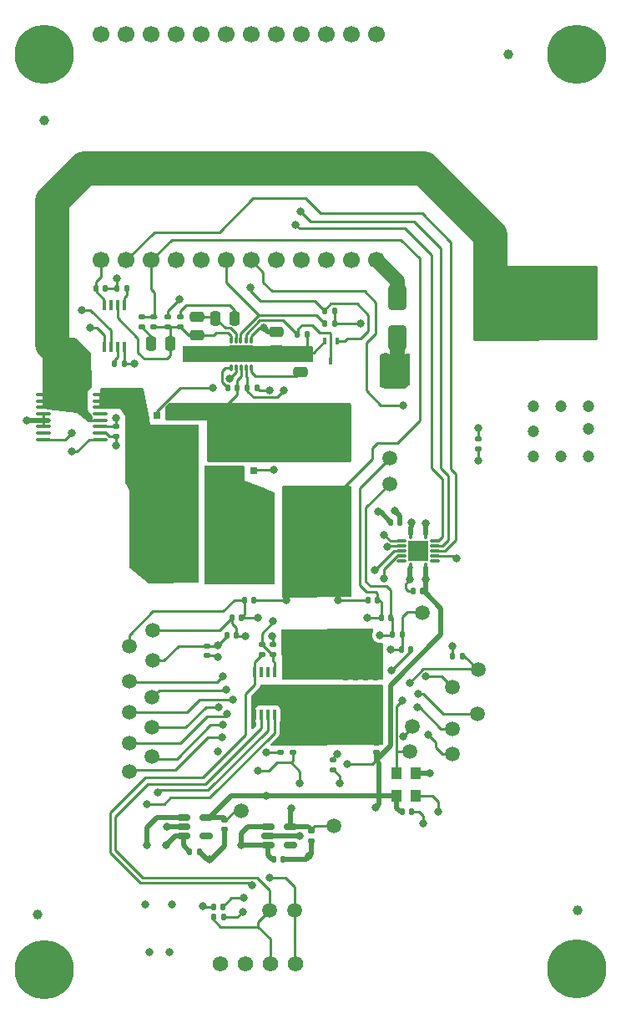
<source format=gtl>
G04 #@! TF.GenerationSoftware,KiCad,Pcbnew,7.0.1*
G04 #@! TF.CreationDate,2024-04-18T01:50:12+02:00*
G04 #@! TF.ProjectId,NerdAxe_ultra,4e657264-4178-4655-9f75-6c7472612e6b,rev?*
G04 #@! TF.SameCoordinates,Original*
G04 #@! TF.FileFunction,Copper,L1,Top*
G04 #@! TF.FilePolarity,Positive*
%FSLAX46Y46*%
G04 Gerber Fmt 4.6, Leading zero omitted, Abs format (unit mm)*
G04 Created by KiCad (PCBNEW 7.0.1) date 2024-04-18 01:50:12*
%MOMM*%
%LPD*%
G01*
G04 APERTURE LIST*
G04 Aperture macros list*
%AMRoundRect*
0 Rectangle with rounded corners*
0 $1 Rounding radius*
0 $2 $3 $4 $5 $6 $7 $8 $9 X,Y pos of 4 corners*
0 Add a 4 corners polygon primitive as box body*
4,1,4,$2,$3,$4,$5,$6,$7,$8,$9,$2,$3,0*
0 Add four circle primitives for the rounded corners*
1,1,$1+$1,$2,$3*
1,1,$1+$1,$4,$5*
1,1,$1+$1,$6,$7*
1,1,$1+$1,$8,$9*
0 Add four rect primitives between the rounded corners*
20,1,$1+$1,$2,$3,$4,$5,0*
20,1,$1+$1,$4,$5,$6,$7,0*
20,1,$1+$1,$6,$7,$8,$9,0*
20,1,$1+$1,$8,$9,$2,$3,0*%
%AMFreePoly0*
4,1,35,0.005000,-4.560000,0.003536,-4.563536,0.000000,-4.565000,-5.000000,-4.565000,-5.003536,-4.563536,-5.005000,-4.560000,-5.005000,-3.898000,-5.003536,-3.894464,-5.000000,-3.893000,-4.325000,-3.893000,-4.325000,-3.269700,-5.000000,-3.269700,-5.003536,-3.268236,-5.005000,-3.264700,-5.005000,-2.599700,-5.003536,-2.596164,-5.000000,-2.594700,-4.325000,-2.594700,-4.325000,-1.971400,-5.000000,-1.971400,
-5.003536,-1.969936,-5.005000,-1.966400,-5.005000,-1.301400,-5.003536,-1.297864,-5.000000,-1.296400,-4.325000,-1.296400,-4.325000,-0.673100,-5.000000,-0.673100,-5.003536,-0.671636,-5.005000,-0.668100,-5.005000,0.000000,-5.003536,0.003536,-5.000000,0.005000,0.005000,0.005000,0.005000,-4.560000,0.005000,-4.560000,$1*%
%AMFreePoly1*
4,1,45,-0.199646,1.700354,-0.199500,1.700000,-0.199500,1.200500,0.199500,1.200500,0.199500,1.700000,0.199646,1.700354,0.200000,1.700500,0.450000,1.700500,0.450354,1.700354,0.450500,1.700000,0.450500,1.200500,0.825000,1.200500,0.825354,1.200354,0.825500,1.200000,0.825500,-1.200000,0.825354,-1.200354,0.825000,-1.200500,0.450500,-1.200500,0.450500,-1.700000,0.450354,-1.700354,
0.450000,-1.700500,0.200000,-1.700500,0.199646,-1.700354,0.199500,-1.700000,0.199500,-1.200500,-0.199500,-1.200500,-0.199500,-1.700000,-0.199646,-1.700354,-0.200000,-1.700500,-0.450000,-1.700500,-0.450354,-1.700354,-0.450500,-1.700000,-0.450500,-1.200500,-0.825000,-1.200500,-0.825354,-1.200354,-0.825500,-1.200000,-0.825500,1.200000,-0.825354,1.200354,-0.825000,1.200500,-0.450500,1.200500,
-0.450500,1.700000,-0.450354,1.700354,-0.450000,1.700500,-0.200000,1.700500,-0.199646,1.700354,-0.199646,1.700354,$1*%
G04 Aperture macros list end*
G04 #@! TA.AperFunction,SMDPad,CuDef*
%ADD10RoundRect,0.250000X0.475000X-0.250000X0.475000X0.250000X-0.475000X0.250000X-0.475000X-0.250000X0*%
G04 #@! TD*
G04 #@! TA.AperFunction,SMDPad,CuDef*
%ADD11RoundRect,0.140000X0.140000X0.170000X-0.140000X0.170000X-0.140000X-0.170000X0.140000X-0.170000X0*%
G04 #@! TD*
G04 #@! TA.AperFunction,SMDPad,CuDef*
%ADD12C,1.500000*%
G04 #@! TD*
G04 #@! TA.AperFunction,SMDPad,CuDef*
%ADD13RoundRect,0.100000X-0.637500X-0.100000X0.637500X-0.100000X0.637500X0.100000X-0.637500X0.100000X0*%
G04 #@! TD*
G04 #@! TA.AperFunction,SMDPad,CuDef*
%ADD14RoundRect,0.140000X-0.170000X0.140000X-0.170000X-0.140000X0.170000X-0.140000X0.170000X0.140000X0*%
G04 #@! TD*
G04 #@! TA.AperFunction,SMDPad,CuDef*
%ADD15RoundRect,0.135000X-0.185000X0.135000X-0.185000X-0.135000X0.185000X-0.135000X0.185000X0.135000X0*%
G04 #@! TD*
G04 #@! TA.AperFunction,SMDPad,CuDef*
%ADD16C,1.000000*%
G04 #@! TD*
G04 #@! TA.AperFunction,SMDPad,CuDef*
%ADD17RoundRect,0.250000X-0.650000X1.000000X-0.650000X-1.000000X0.650000X-1.000000X0.650000X1.000000X0*%
G04 #@! TD*
G04 #@! TA.AperFunction,SMDPad,CuDef*
%ADD18RoundRect,0.250000X-0.250000X-0.475000X0.250000X-0.475000X0.250000X0.475000X-0.250000X0.475000X0*%
G04 #@! TD*
G04 #@! TA.AperFunction,SMDPad,CuDef*
%ADD19RoundRect,0.250000X-0.475000X0.250000X-0.475000X-0.250000X0.475000X-0.250000X0.475000X0.250000X0*%
G04 #@! TD*
G04 #@! TA.AperFunction,SMDPad,CuDef*
%ADD20RoundRect,0.150000X-0.512500X-0.150000X0.512500X-0.150000X0.512500X0.150000X-0.512500X0.150000X0*%
G04 #@! TD*
G04 #@! TA.AperFunction,SMDPad,CuDef*
%ADD21RoundRect,0.135000X0.135000X0.185000X-0.135000X0.185000X-0.135000X-0.185000X0.135000X-0.185000X0*%
G04 #@! TD*
G04 #@! TA.AperFunction,ComponentPad*
%ADD22C,0.800000*%
G04 #@! TD*
G04 #@! TA.AperFunction,ComponentPad*
%ADD23C,6.000000*%
G04 #@! TD*
G04 #@! TA.AperFunction,SMDPad,CuDef*
%ADD24R,0.400000X1.100000*%
G04 #@! TD*
G04 #@! TA.AperFunction,SMDPad,CuDef*
%ADD25RoundRect,0.007800X-0.122200X0.442200X-0.122200X-0.442200X0.122200X-0.442200X0.122200X0.442200X0*%
G04 #@! TD*
G04 #@! TA.AperFunction,SMDPad,CuDef*
%ADD26RoundRect,0.007800X-0.442200X-0.122200X0.442200X-0.122200X0.442200X0.122200X-0.442200X0.122200X0*%
G04 #@! TD*
G04 #@! TA.AperFunction,SMDPad,CuDef*
%ADD27R,2.050000X2.050000*%
G04 #@! TD*
G04 #@! TA.AperFunction,ComponentPad*
%ADD28C,0.500000*%
G04 #@! TD*
G04 #@! TA.AperFunction,SMDPad,CuDef*
%ADD29RoundRect,0.135000X0.185000X-0.135000X0.185000X0.135000X-0.185000X0.135000X-0.185000X-0.135000X0*%
G04 #@! TD*
G04 #@! TA.AperFunction,SMDPad,CuDef*
%ADD30R,3.100000X2.000000*%
G04 #@! TD*
G04 #@! TA.AperFunction,SMDPad,CuDef*
%ADD31RoundRect,0.140000X0.170000X-0.140000X0.170000X0.140000X-0.170000X0.140000X-0.170000X-0.140000X0*%
G04 #@! TD*
G04 #@! TA.AperFunction,SMDPad,CuDef*
%ADD32RoundRect,0.140000X-0.140000X-0.170000X0.140000X-0.170000X0.140000X0.170000X-0.140000X0.170000X0*%
G04 #@! TD*
G04 #@! TA.AperFunction,SMDPad,CuDef*
%ADD33RoundRect,0.250000X-1.025000X0.875000X-1.025000X-0.875000X1.025000X-0.875000X1.025000X0.875000X0*%
G04 #@! TD*
G04 #@! TA.AperFunction,SMDPad,CuDef*
%ADD34R,0.700000X0.800000*%
G04 #@! TD*
G04 #@! TA.AperFunction,SMDPad,CuDef*
%ADD35FreePoly0,270.000000*%
G04 #@! TD*
G04 #@! TA.AperFunction,SMDPad,CuDef*
%ADD36RoundRect,0.135000X-0.135000X-0.185000X0.135000X-0.185000X0.135000X0.185000X-0.135000X0.185000X0*%
G04 #@! TD*
G04 #@! TA.AperFunction,SMDPad,CuDef*
%ADD37RoundRect,0.007874X-0.112126X0.292126X-0.112126X-0.292126X0.112126X-0.292126X0.112126X0.292126X0*%
G04 #@! TD*
G04 #@! TA.AperFunction,ComponentPad*
%ADD38C,0.400000*%
G04 #@! TD*
G04 #@! TA.AperFunction,SMDPad,CuDef*
%ADD39FreePoly1,270.000000*%
G04 #@! TD*
G04 #@! TA.AperFunction,SMDPad,CuDef*
%ADD40R,1.600000X2.700000*%
G04 #@! TD*
G04 #@! TA.AperFunction,SMDPad,CuDef*
%ADD41FreePoly0,90.000000*%
G04 #@! TD*
G04 #@! TA.AperFunction,SMDPad,CuDef*
%ADD42RoundRect,0.250000X-0.325000X-1.100000X0.325000X-1.100000X0.325000X1.100000X-0.325000X1.100000X0*%
G04 #@! TD*
G04 #@! TA.AperFunction,SMDPad,CuDef*
%ADD43R,1.100000X1.300000*%
G04 #@! TD*
G04 #@! TA.AperFunction,SMDPad,CuDef*
%ADD44R,0.450000X0.700000*%
G04 #@! TD*
G04 #@! TA.AperFunction,SMDPad,CuDef*
%ADD45RoundRect,0.250000X0.325000X0.650000X-0.325000X0.650000X-0.325000X-0.650000X0.325000X-0.650000X0*%
G04 #@! TD*
G04 #@! TA.AperFunction,ComponentPad*
%ADD46C,1.574800*%
G04 #@! TD*
G04 #@! TA.AperFunction,ComponentPad*
%ADD47C,1.700000*%
G04 #@! TD*
G04 #@! TA.AperFunction,ViaPad*
%ADD48C,0.800000*%
G04 #@! TD*
G04 #@! TA.AperFunction,ViaPad*
%ADD49C,1.200000*%
G04 #@! TD*
G04 #@! TA.AperFunction,Conductor*
%ADD50C,0.508000*%
G04 #@! TD*
G04 #@! TA.AperFunction,Conductor*
%ADD51C,0.254000*%
G04 #@! TD*
G04 #@! TA.AperFunction,Conductor*
%ADD52C,3.500000*%
G04 #@! TD*
G04 #@! TA.AperFunction,Conductor*
%ADD53C,3.000000*%
G04 #@! TD*
G04 #@! TA.AperFunction,Conductor*
%ADD54C,1.500000*%
G04 #@! TD*
G04 APERTURE END LIST*
D10*
X104510200Y-83236800D03*
X104510200Y-81336800D03*
D11*
X116836000Y-105476200D03*
X115876000Y-105476200D03*
D12*
X119888000Y-119380000D03*
D13*
X78417500Y-85536200D03*
X78417500Y-86186200D03*
X78417500Y-86836200D03*
X78417500Y-87486200D03*
X78417500Y-88136200D03*
X78417500Y-88786200D03*
X78417500Y-89436200D03*
X78417500Y-90086200D03*
X84142500Y-90086200D03*
X84142500Y-89436200D03*
X84142500Y-88786200D03*
X84142500Y-88136200D03*
X84142500Y-87486200D03*
X84142500Y-86836200D03*
X84142500Y-86186200D03*
X84142500Y-85536200D03*
D14*
X109093000Y-114229000D03*
X109093000Y-115189000D03*
D15*
X88392300Y-77701200D03*
X88392300Y-78721200D03*
D16*
X78486000Y-57785000D03*
D17*
X114300000Y-75756000D03*
X114300000Y-79756000D03*
D11*
X115730000Y-127810000D03*
X114770000Y-127810000D03*
D18*
X95850000Y-77811200D03*
X97750000Y-77811200D03*
D11*
X114780000Y-109855000D03*
X113820000Y-109855000D03*
D19*
X102027600Y-79200600D03*
X102027600Y-81100600D03*
D12*
X113500000Y-94611200D03*
D14*
X105540000Y-129760000D03*
X105540000Y-130720000D03*
D12*
X89408000Y-122174000D03*
D18*
X89350000Y-80411200D03*
X91250000Y-80411200D03*
D12*
X87122000Y-123698000D03*
X101346000Y-137795000D03*
X103886000Y-137795000D03*
D20*
X92615500Y-128358000D03*
X92615500Y-129308000D03*
X92615500Y-130258000D03*
X94890500Y-130258000D03*
X94890500Y-128358000D03*
D21*
X107952000Y-77089000D03*
X106932000Y-77089000D03*
D22*
X76250000Y-143830990D03*
X76909010Y-142240000D03*
X76909010Y-145421980D03*
X78500000Y-141580990D03*
D23*
X78500000Y-143830990D03*
D22*
X78500000Y-146080990D03*
X80090990Y-142240000D03*
X80090990Y-145421980D03*
X80750000Y-143830990D03*
D20*
X101182500Y-129290000D03*
X101182500Y-130240000D03*
X101182500Y-131190000D03*
X103457500Y-131190000D03*
X103457500Y-129290000D03*
D14*
X107823000Y-122583000D03*
X107823000Y-123543000D03*
D24*
X101813000Y-113674000D03*
X101163000Y-113674000D03*
X100513000Y-113674000D03*
X99863000Y-113674000D03*
X99863000Y-117974000D03*
X100513000Y-117974000D03*
X101163000Y-117974000D03*
X101813000Y-117974000D03*
D11*
X99780000Y-106351200D03*
X98820000Y-106351200D03*
D22*
X130250000Y-143728000D03*
X130909010Y-142137010D03*
X130909010Y-145318990D03*
X132500000Y-141478000D03*
D23*
X132500000Y-143728000D03*
D22*
X132500000Y-145978000D03*
X134090990Y-142137010D03*
X134090990Y-145318990D03*
X134750000Y-143728000D03*
D12*
X122428000Y-117856000D03*
D22*
X76250000Y-51054000D03*
X76909010Y-49463010D03*
X76909010Y-52644990D03*
X78500000Y-48804000D03*
D23*
X78500000Y-51054000D03*
D22*
X78500000Y-53304000D03*
X80090990Y-49463010D03*
X80090990Y-52644990D03*
X80750000Y-51054000D03*
D12*
X87100000Y-117729000D03*
D25*
X115672000Y-99691200D03*
D26*
X114737000Y-100376200D03*
X114737000Y-100876200D03*
X114737000Y-101376200D03*
X114737000Y-101876200D03*
X114737000Y-102376200D03*
D25*
X115672000Y-103061200D03*
X117172000Y-103061200D03*
D26*
X118107000Y-102376200D03*
X118107000Y-101876200D03*
X118107000Y-101376200D03*
X118107000Y-100876200D03*
X118107000Y-100376200D03*
D25*
X117172000Y-99691200D03*
D27*
X116422000Y-101376200D03*
D28*
X116922000Y-100876200D03*
X116922000Y-101876200D03*
X115922000Y-101876200D03*
X115922000Y-100876200D03*
D15*
X92300000Y-77701200D03*
X92300000Y-78721200D03*
D12*
X87100000Y-111000000D03*
D29*
X122555000Y-91061000D03*
X122555000Y-90041000D03*
D30*
X106100000Y-88151200D03*
X106100000Y-96471200D03*
D29*
X91000000Y-78721200D03*
X91000000Y-77701200D03*
D11*
X98490000Y-108151200D03*
X97530000Y-108151200D03*
D16*
X132588000Y-137795000D03*
D21*
X86870000Y-74803000D03*
X85850000Y-74803000D03*
D31*
X103759000Y-121765000D03*
X103759000Y-120805000D03*
D12*
X115824000Y-119126000D03*
D14*
X95000000Y-111020000D03*
X95000000Y-111980000D03*
D19*
X94000000Y-77661200D03*
X94000000Y-79561200D03*
D24*
X84623000Y-80763000D03*
X85273000Y-80763000D03*
X85923000Y-80763000D03*
X86573000Y-80763000D03*
X86573000Y-76463000D03*
X85923000Y-76463000D03*
X85273000Y-76463000D03*
X84623000Y-76463000D03*
D12*
X116870000Y-107661200D03*
D32*
X104168000Y-79469800D03*
X105128000Y-79469800D03*
D31*
X85741200Y-89761000D03*
X85741200Y-88801000D03*
D14*
X111125000Y-114229000D03*
X111125000Y-115189000D03*
X110109000Y-114229000D03*
X110109000Y-115189000D03*
D15*
X89600000Y-77701200D03*
X89600000Y-78721200D03*
D31*
X102489000Y-121800000D03*
X102489000Y-120840000D03*
D33*
X105600000Y-111360000D03*
X105600000Y-117760000D03*
D12*
X119888000Y-121920000D03*
D34*
X95851000Y-93252500D03*
X97149300Y-93252500D03*
X98412700Y-93252500D03*
X99711000Y-93252500D03*
D35*
X100061000Y-92347500D03*
D36*
X119886000Y-112014000D03*
X120906000Y-112014000D03*
D12*
X89430000Y-116237000D03*
D16*
X77851000Y-138176000D03*
D31*
X101727000Y-111859000D03*
X101727000Y-110899000D03*
D36*
X95640000Y-138480000D03*
X96660000Y-138480000D03*
D12*
X89500000Y-109437000D03*
X87100000Y-114600000D03*
D22*
X130250000Y-51120990D03*
X130909010Y-49530000D03*
X130909010Y-52711980D03*
X132500000Y-48870990D03*
D23*
X132500000Y-51120990D03*
D22*
X132500000Y-53370990D03*
X134090990Y-49530000D03*
X134090990Y-52711980D03*
X134750000Y-51120990D03*
D12*
X89430000Y-119277000D03*
D32*
X83721000Y-74803000D03*
X84681000Y-74803000D03*
D37*
X99446291Y-80011200D03*
X98946291Y-80011200D03*
X98416291Y-80011200D03*
X97946291Y-80011200D03*
X97446291Y-80011200D03*
X97446291Y-82811200D03*
X97946291Y-82811200D03*
X98446291Y-82811200D03*
X98946291Y-82811200D03*
X99446291Y-82811200D03*
D38*
X98446291Y-80836200D03*
X99396291Y-81411200D03*
D39*
X98446291Y-81411200D03*
D38*
X97496291Y-81411200D03*
X98446291Y-81986200D03*
D12*
X113500000Y-92011200D03*
D32*
X93253000Y-131818000D03*
X94213000Y-131818000D03*
D11*
X113620000Y-108141200D03*
X112660000Y-108141200D03*
D40*
X103951000Y-100030000D03*
X100951000Y-100030000D03*
D34*
X93749287Y-87703664D03*
X92450987Y-87703664D03*
X91187587Y-87703664D03*
X89889287Y-87703664D03*
D41*
X89539287Y-88608664D03*
D16*
X125603000Y-51054000D03*
D36*
X85596000Y-82423000D03*
X86616000Y-82423000D03*
D32*
X97097600Y-84911200D03*
X98057600Y-84911200D03*
D12*
X115560000Y-121710000D03*
D42*
X92906000Y-96360000D03*
X95856000Y-96360000D03*
D12*
X89500000Y-112500000D03*
D43*
X116140000Y-126170000D03*
X116140000Y-123870000D03*
X114240000Y-123870000D03*
X114240000Y-126170000D03*
D12*
X98473000Y-127736000D03*
D36*
X99067600Y-84911200D03*
X100087600Y-84911200D03*
D21*
X107952000Y-78359000D03*
X106932000Y-78359000D03*
D11*
X115669000Y-111379000D03*
X114709000Y-111379000D03*
D32*
X101730000Y-132610000D03*
X102690000Y-132610000D03*
D31*
X112160000Y-121800000D03*
X112160000Y-120840000D03*
D44*
X108219000Y-80153000D03*
X106919000Y-80153000D03*
X107569000Y-82153000D03*
D12*
X122500000Y-113430000D03*
D29*
X100584000Y-111889000D03*
X100584000Y-110869000D03*
D11*
X98000000Y-109891200D03*
X97040000Y-109891200D03*
D12*
X119888000Y-115189000D03*
D11*
X112290000Y-106351200D03*
X111330000Y-106351200D03*
D32*
X95640000Y-137410000D03*
X96600000Y-137410000D03*
D12*
X107830000Y-129200000D03*
X87100000Y-120858000D03*
D11*
X114582000Y-98466200D03*
X113622000Y-98466200D03*
D45*
X103886000Y-103000000D03*
X100936000Y-103000000D03*
D14*
X96763000Y-128638000D03*
X96763000Y-129598000D03*
D42*
X92866000Y-99770000D03*
X95816000Y-99770000D03*
D14*
X112141000Y-114229000D03*
X112141000Y-115189000D03*
D42*
X92866000Y-103130000D03*
X95816000Y-103130000D03*
D46*
X96382400Y-143240851D03*
X98922400Y-143240851D03*
X101462400Y-143240851D03*
X104002400Y-143240851D03*
D47*
X84250000Y-71942000D03*
X86790000Y-71942000D03*
X89330000Y-71942000D03*
X91870000Y-71942000D03*
X94410000Y-71942000D03*
X96950000Y-71942000D03*
X99490000Y-71942000D03*
X102030000Y-71942000D03*
X104570000Y-71942000D03*
X107110000Y-71942000D03*
X109650000Y-71942000D03*
X112190000Y-71942000D03*
X112190000Y-49022000D03*
X109650000Y-49022000D03*
X107110000Y-49022000D03*
X104570000Y-49022000D03*
X102030000Y-49022000D03*
X99490000Y-49022000D03*
X96950000Y-49022000D03*
X94410000Y-49022000D03*
X91870000Y-49022000D03*
X89330000Y-49022000D03*
X86790000Y-49022000D03*
X84250000Y-49022000D03*
D48*
X96139000Y-121666000D03*
D49*
X130937000Y-86741000D03*
X128143000Y-91821000D03*
D48*
X76724200Y-88138000D03*
X116910000Y-128990000D03*
X97419400Y-103889800D03*
X87630000Y-82423000D03*
X101377600Y-85157000D03*
X96109000Y-112124000D03*
X97419400Y-98268400D03*
X100679400Y-97659800D03*
X106396000Y-118533000D03*
X97419400Y-95219800D03*
X110862000Y-120015000D03*
X98959400Y-95219800D03*
X104082000Y-115436000D03*
X98682000Y-136516000D03*
X85741200Y-87884000D03*
X98959400Y-103889800D03*
X106408000Y-116351000D03*
D49*
X128143000Y-89281000D03*
X133731000Y-91821000D03*
D48*
X95645200Y-81420400D03*
X97419400Y-96699800D03*
X92200000Y-75911200D03*
X105673000Y-117442000D03*
X97419400Y-100039800D03*
D49*
X133731000Y-89027000D03*
D48*
X101600000Y-109982000D03*
D49*
X130937000Y-91821000D03*
D48*
X98959400Y-101909800D03*
X85852000Y-73787000D03*
X117602000Y-123903000D03*
X104855000Y-118563000D03*
X104132000Y-117472000D03*
D49*
X128143000Y-86741000D03*
D48*
X98959400Y-96699800D03*
X119888000Y-110998000D03*
X97419400Y-101909800D03*
X112922500Y-104148200D03*
D49*
X133731000Y-86741000D03*
D48*
X107144000Y-117442000D03*
X90897000Y-129309000D03*
X112318000Y-97436200D03*
X105623000Y-115406000D03*
X98959400Y-100039800D03*
X104867000Y-116381000D03*
X105330000Y-132320000D03*
X104430000Y-130240000D03*
X98959400Y-98268400D03*
X115573700Y-104299200D03*
X120310000Y-102111200D03*
X108204000Y-121920000D03*
X95260000Y-132630000D03*
X107094000Y-115406000D03*
X113727778Y-113462333D03*
X100679400Y-95911200D03*
D49*
X133858000Y-74549000D03*
X133858000Y-78740000D03*
X124841000Y-74549000D03*
X128016000Y-76708000D03*
X128016000Y-78740000D03*
X131064000Y-74549000D03*
X128016000Y-74549000D03*
X133858000Y-76708000D03*
D48*
X101015000Y-126170000D03*
X115737362Y-98496846D03*
X118490000Y-127770000D03*
X117172000Y-104284200D03*
X112130000Y-127390000D03*
X109220000Y-122936000D03*
X101015000Y-121775000D03*
X103000000Y-106351200D03*
X105152000Y-113890000D03*
D49*
X107969400Y-100929800D03*
X108009400Y-103059800D03*
D48*
X104126000Y-113110000D03*
X108330000Y-106381200D03*
X107204000Y-113920000D03*
D49*
X108009400Y-105029800D03*
D48*
X106178000Y-113110000D03*
D49*
X105979400Y-100929800D03*
X105979400Y-98889800D03*
X107949400Y-98909800D03*
X106029400Y-105059800D03*
X105999400Y-103039800D03*
D48*
X88883000Y-131168000D03*
X88773000Y-137160000D03*
X100714600Y-78759000D03*
X89154000Y-141986000D03*
X114554000Y-82296000D03*
X94580000Y-137390000D03*
X114554000Y-83947000D03*
X90881000Y-131182000D03*
X98450000Y-131200000D03*
X113284000Y-83947000D03*
X87630000Y-91948000D03*
X91440000Y-137160000D03*
X87630000Y-94615000D03*
X87630000Y-93218000D03*
X113284000Y-82296000D03*
X91186000Y-141986000D03*
X114010000Y-97287200D03*
X85741200Y-90678000D03*
X110617000Y-78359000D03*
X98662000Y-137914100D03*
X117172000Y-98545200D03*
X101727000Y-108458000D03*
X122555000Y-92202000D03*
X104500000Y-67000000D03*
X104013000Y-68326000D03*
X113665000Y-111379000D03*
X112530000Y-109911200D03*
X99441000Y-74676000D03*
X82296000Y-76962000D03*
X81240375Y-91298225D03*
X88900000Y-127000000D03*
X99568000Y-135255000D03*
X101346000Y-134493000D03*
X108468000Y-124939000D03*
X100155000Y-123661000D03*
X104431000Y-124939000D03*
X103530000Y-127490000D03*
X111250000Y-108121200D03*
X100180000Y-108151200D03*
X98850000Y-109991200D03*
X96130000Y-110920000D03*
X117475000Y-120015000D03*
X114935000Y-120142000D03*
X96647000Y-118999000D03*
X96520000Y-120269000D03*
X116332000Y-117221000D03*
X113272599Y-100980499D03*
X112962000Y-99756200D03*
X116428000Y-115817000D03*
X117148868Y-114071132D03*
X112000000Y-103361200D03*
X97277600Y-83957000D03*
X95577600Y-84857000D03*
X101810000Y-93201200D03*
X102800000Y-85111200D03*
X97600000Y-116430000D03*
X114844000Y-116495900D03*
X96610000Y-114090000D03*
X96950000Y-115460000D03*
X96220000Y-117200000D03*
X97010000Y-117920000D03*
X90043000Y-125857000D03*
X81296200Y-89408000D03*
X83185000Y-78740000D03*
X115540000Y-114780000D03*
X114935000Y-86614000D03*
X122555000Y-88900000D03*
D50*
X90897000Y-129309000D02*
X90898000Y-129308000D01*
D51*
X105734200Y-81336800D02*
X104510200Y-81336800D01*
X85850000Y-73789000D02*
X85850000Y-74803000D01*
D50*
X96763000Y-129768000D02*
X96763000Y-131278000D01*
D51*
X116910000Y-128210000D02*
X116910000Y-128990000D01*
X112160000Y-120840000D02*
X111687000Y-120840000D01*
X86573000Y-80763000D02*
X86573000Y-82380000D01*
X118107000Y-101876200D02*
X120075000Y-101876200D01*
X85850000Y-74803000D02*
X84681000Y-74803000D01*
X85344000Y-88773000D02*
X85713200Y-88773000D01*
X112922500Y-103220138D02*
X114266438Y-101876200D01*
D50*
X117602000Y-123903000D02*
X117569000Y-123870000D01*
D51*
X115130000Y-105171200D02*
X115130000Y-104742900D01*
D50*
X115573700Y-104299200D02*
X115573700Y-103159500D01*
X102860000Y-132610000D02*
X105040000Y-132610000D01*
D51*
X115130000Y-104742900D02*
X115573700Y-104299200D01*
X111687000Y-120840000D02*
X110862000Y-120015000D01*
X97494000Y-136516000D02*
X96600000Y-137410000D01*
X120075000Y-101876200D02*
X120310000Y-102111200D01*
X105791000Y-81280000D02*
X105734200Y-81336800D01*
X113727778Y-113462333D02*
X115669000Y-111521111D01*
X99822000Y-116205000D02*
X103313000Y-116205000D01*
D50*
X95461000Y-132620000D02*
X95015000Y-132620000D01*
D51*
X115900000Y-127810000D02*
X116510000Y-127810000D01*
X100333400Y-85157000D02*
X101377600Y-85157000D01*
X86573000Y-82380000D02*
X86616000Y-82423000D01*
D50*
X105540000Y-132110000D02*
X105540000Y-130890000D01*
X117569000Y-123870000D02*
X116140000Y-123870000D01*
X76726000Y-88136200D02*
X76724200Y-88138000D01*
X96783000Y-131298000D02*
X95461000Y-132620000D01*
D51*
X86616000Y-82423000D02*
X87630000Y-82423000D01*
X99695000Y-117348000D02*
X99695000Y-116332000D01*
X105792000Y-81280000D02*
X105791000Y-81280000D01*
X115669000Y-111521111D02*
X115669000Y-111379000D01*
X91000000Y-77111200D02*
X92200000Y-75911200D01*
X99695000Y-116332000D02*
X99822000Y-116205000D01*
X119886000Y-112014000D02*
X119886000Y-111000000D01*
X112922500Y-104148200D02*
X112922500Y-103220138D01*
D50*
X101182500Y-130240000D02*
X104430000Y-130240000D01*
D51*
X107823000Y-122301000D02*
X108204000Y-121920000D01*
X107823000Y-122583000D02*
X107823000Y-122301000D01*
X103313000Y-116205000D02*
X104082000Y-115436000D01*
D50*
X105040000Y-132610000D02*
X105540000Y-132110000D01*
D51*
X115876000Y-105476200D02*
X115435000Y-105476200D01*
X85330800Y-88786200D02*
X85344000Y-88773000D01*
X85741200Y-87884000D02*
X85741200Y-88801000D01*
X115435000Y-105476200D02*
X115130000Y-105171200D01*
X101727000Y-110899000D02*
X101727000Y-110109000D01*
X119886000Y-111000000D02*
X119888000Y-110998000D01*
D50*
X112592000Y-97436200D02*
X113622000Y-98466200D01*
X115573700Y-103159500D02*
X115672000Y-103061200D01*
D51*
X84142500Y-88786200D02*
X85330800Y-88786200D01*
D50*
X90898000Y-129308000D02*
X92615500Y-129308000D01*
D51*
X105128000Y-79469800D02*
X105156000Y-79497800D01*
D50*
X95015000Y-132620000D02*
X94213000Y-131818000D01*
D51*
X104699200Y-81336800D02*
X104510200Y-81336800D01*
X78417500Y-88786200D02*
X78417500Y-88136200D01*
X85852000Y-73787000D02*
X85850000Y-73789000D01*
X105156000Y-79497800D02*
X105156000Y-80880000D01*
X95000000Y-111980000D02*
X95965000Y-111980000D01*
D50*
X112318000Y-97436200D02*
X112592000Y-97436200D01*
D51*
X101727000Y-110109000D02*
X101600000Y-109982000D01*
X116510000Y-127810000D02*
X116910000Y-128210000D01*
X99863000Y-117516000D02*
X99695000Y-117348000D01*
X95965000Y-111980000D02*
X96109000Y-112124000D01*
X105156000Y-80880000D02*
X104699200Y-81336800D01*
D50*
X96763000Y-131278000D02*
X96783000Y-131298000D01*
D51*
X114266438Y-101876200D02*
X114737000Y-101876200D01*
X78417500Y-87486200D02*
X78417500Y-88136200D01*
X98682000Y-136516000D02*
X97494000Y-136516000D01*
X106919000Y-80153000D02*
X105792000Y-81280000D01*
X100087600Y-84911200D02*
X100333400Y-85157000D01*
X99863000Y-117974000D02*
X99863000Y-117516000D01*
X85713200Y-88773000D02*
X85741200Y-88801000D01*
D50*
X78929500Y-88136200D02*
X76726000Y-88136200D01*
D51*
X91000000Y-77701200D02*
X91000000Y-77111200D01*
D52*
X79248000Y-65913000D02*
X79248000Y-80391000D01*
D51*
X83087000Y-88136200D02*
X81787000Y-86836200D01*
D52*
X123698000Y-69342000D02*
X116967000Y-62611000D01*
D51*
X78417500Y-86186200D02*
X78417500Y-85536200D01*
D53*
X80137000Y-81280000D02*
X80137000Y-84963000D01*
D51*
X78929500Y-85536200D02*
X78929500Y-85535900D01*
D52*
X82550000Y-62611000D02*
X79248000Y-65913000D01*
D53*
X125095000Y-74930000D02*
X124841000Y-74676000D01*
D51*
X81787000Y-86836200D02*
X78929500Y-86836200D01*
X78929500Y-85535900D02*
X78954200Y-85511200D01*
D53*
X79248000Y-80391000D02*
X80137000Y-81280000D01*
D51*
X78417500Y-86836200D02*
X78417500Y-86186200D01*
D53*
X124841000Y-74676000D02*
X124841000Y-74549000D01*
D51*
X78954200Y-86161500D02*
X78929500Y-86186200D01*
D52*
X124841000Y-74549000D02*
X123698000Y-73406000D01*
D51*
X78929500Y-86135900D02*
X78929500Y-86186200D01*
D52*
X123698000Y-73406000D02*
X123698000Y-69342000D01*
D51*
X84654500Y-88136200D02*
X83087000Y-88136200D01*
D52*
X116967000Y-62611000D02*
X82550000Y-62611000D01*
D50*
X94890500Y-128358000D02*
X96653000Y-128358000D01*
X118745000Y-109855000D02*
X118745000Y-107188000D01*
X117172000Y-104284200D02*
X117172000Y-103061200D01*
X95289000Y-128358000D02*
X97477000Y-126170000D01*
X112480000Y-126170000D02*
X112480000Y-122880000D01*
D51*
X117890000Y-126170000D02*
X116140000Y-126170000D01*
D50*
X113630000Y-114970000D02*
X118745000Y-109855000D01*
D51*
X118490000Y-126770000D02*
X117890000Y-126170000D01*
X111784000Y-122936000D02*
X112160000Y-122560000D01*
D50*
X113630000Y-121090000D02*
X113630000Y-114970000D01*
X112480000Y-126170000D02*
X101015000Y-126170000D01*
X115737362Y-98940838D02*
X115672000Y-99006200D01*
X96653000Y-128358000D02*
X96763000Y-128468000D01*
X112480000Y-127040000D02*
X112130000Y-127390000D01*
D51*
X102489000Y-121800000D02*
X101040000Y-121800000D01*
D50*
X117172000Y-105615000D02*
X117172000Y-103061200D01*
X112480000Y-126170000D02*
X112480000Y-127040000D01*
X114600000Y-127810000D02*
X114250000Y-127460000D01*
X114250000Y-126180000D02*
X114240000Y-126170000D01*
X115737362Y-98496846D02*
X115737362Y-98940838D01*
D51*
X118490000Y-127770000D02*
X118490000Y-126770000D01*
D50*
X115672000Y-99006200D02*
X115672000Y-99691200D01*
X112480000Y-122880000D02*
X112160000Y-122560000D01*
X94890500Y-128358000D02*
X95289000Y-128358000D01*
X114250000Y-127460000D02*
X114250000Y-126180000D01*
X97477000Y-126170000D02*
X101015000Y-126170000D01*
D51*
X97670000Y-127850000D02*
X97020000Y-128500000D01*
D50*
X118745000Y-107188000D02*
X117172000Y-105615000D01*
D51*
X109220000Y-122936000D02*
X111784000Y-122936000D01*
D50*
X112160000Y-122560000D02*
X113630000Y-121090000D01*
X112160000Y-121970000D02*
X112160000Y-122560000D01*
X112480000Y-126170000D02*
X114240000Y-126170000D01*
D51*
X104267000Y-79370800D02*
X104267000Y-78867000D01*
X106426000Y-79248000D02*
X107442000Y-79248000D01*
X98946291Y-80011200D02*
X98946291Y-79428092D01*
X104107500Y-79434000D02*
X104270000Y-79434000D01*
X105664000Y-78486000D02*
X106426000Y-79248000D01*
X104267000Y-78867000D02*
X104648000Y-78486000D01*
X100362783Y-78011600D02*
X102685100Y-78011600D01*
X107569000Y-79375000D02*
X107569000Y-82153000D01*
X102685100Y-78011600D02*
X104107500Y-79434000D01*
X104168000Y-79469800D02*
X104267000Y-79370800D01*
X107442000Y-79248000D02*
X107569000Y-79375000D01*
X98946291Y-79428092D02*
X100362783Y-78011600D01*
X104648000Y-78486000D02*
X105664000Y-78486000D01*
X106100000Y-96471200D02*
X106541400Y-96029800D01*
X89662000Y-75184000D02*
X89662000Y-77639200D01*
X116586000Y-88138000D02*
X116586000Y-71755000D01*
X107806400Y-96029800D02*
X111760000Y-92076200D01*
X89330000Y-74852000D02*
X89662000Y-75184000D01*
X114300000Y-90424000D02*
X116586000Y-88138000D01*
X89662000Y-77639200D02*
X89600000Y-77701200D01*
X108360000Y-106351200D02*
X111160000Y-106351200D01*
X111760000Y-92076200D02*
X111760000Y-90932000D01*
X103000000Y-106351200D02*
X99950000Y-106351200D01*
X112268000Y-90424000D02*
X114300000Y-90424000D01*
X89330000Y-71942000D02*
X89330000Y-74852000D01*
X116586000Y-71755000D02*
X114681000Y-69850000D01*
X114681000Y-69850000D02*
X91422000Y-69850000D01*
X91422000Y-69850000D02*
X89330000Y-71942000D01*
X106541400Y-96029800D02*
X107806400Y-96029800D01*
X108330000Y-106381200D02*
X108360000Y-106351200D01*
X111760000Y-90932000D02*
X112268000Y-90424000D01*
X88392300Y-77701200D02*
X89800000Y-77701200D01*
D54*
X114300000Y-82042000D02*
X114300000Y-81026000D01*
D50*
X99110000Y-129300000D02*
X98450000Y-129960000D01*
D51*
X114300000Y-79756000D02*
X114300000Y-81026000D01*
D50*
X89893000Y-128358000D02*
X88883000Y-129368000D01*
X101182500Y-129290000D02*
X100683811Y-129290000D01*
D54*
X114554000Y-82296000D02*
X114300000Y-82042000D01*
D50*
X100683811Y-129290000D02*
X100673811Y-129300000D01*
X101156200Y-79200600D02*
X100714600Y-78759000D01*
X93253000Y-131818000D02*
X92615500Y-131180500D01*
D51*
X86052600Y-85162600D02*
X85679000Y-85536200D01*
D50*
X98460000Y-131190000D02*
X98450000Y-131200000D01*
X102027600Y-79200600D02*
X101156200Y-79200600D01*
D51*
X100322200Y-78759000D02*
X99446291Y-79634909D01*
X94580000Y-137390000D02*
X94600000Y-137410000D01*
D50*
X88883000Y-129368000D02*
X88883000Y-131168000D01*
X90881000Y-131182000D02*
X91805000Y-130258000D01*
D51*
X99446291Y-79634909D02*
X99446291Y-80011200D01*
D50*
X98450000Y-129960000D02*
X98450000Y-131200000D01*
X92615500Y-131180500D02*
X92615500Y-130258000D01*
X100673811Y-129300000D02*
X99110000Y-129300000D01*
X101182500Y-131190000D02*
X98460000Y-131190000D01*
X91805000Y-130258000D02*
X92615500Y-130258000D01*
X92615500Y-128358000D02*
X89893000Y-128358000D01*
D51*
X84142500Y-85536200D02*
X84142500Y-86836200D01*
D50*
X101182500Y-131190000D02*
X101182500Y-132232500D01*
D51*
X94600000Y-137410000D02*
X95640000Y-137410000D01*
X85679000Y-85536200D02*
X84142500Y-85536200D01*
D50*
X101182500Y-132232500D02*
X101560000Y-132610000D01*
D51*
X85091353Y-89761000D02*
X84766553Y-89436200D01*
X107952000Y-78359000D02*
X107952000Y-77089000D01*
X83721000Y-74140000D02*
X84250000Y-73611000D01*
X84623000Y-75987000D02*
X84623000Y-76463000D01*
X98076100Y-138500000D02*
X96600000Y-138500000D01*
X100584000Y-110869000D02*
X100584000Y-109728000D01*
D50*
X114010000Y-97287200D02*
X114582000Y-97859200D01*
D51*
X101727000Y-111859000D02*
X101574000Y-111859000D01*
X101813000Y-113674000D02*
X101813000Y-112608000D01*
X101813000Y-112608000D02*
X101727000Y-112522000D01*
X101727000Y-112522000D02*
X101727000Y-111859000D01*
X101574000Y-111859000D02*
X100584000Y-110869000D01*
X84250000Y-73611000D02*
X84250000Y-71942000D01*
X100584000Y-109728000D02*
X101727000Y-108585000D01*
X85741200Y-90678000D02*
X85741200Y-89761000D01*
X101727000Y-108585000D02*
X101727000Y-108458000D01*
X83721000Y-75085000D02*
X84623000Y-75987000D01*
D50*
X117172000Y-98545200D02*
X117172000Y-99691200D01*
D51*
X83721000Y-74803000D02*
X83721000Y-74140000D01*
X85741200Y-89761000D02*
X85091353Y-89761000D01*
X98662000Y-137914100D02*
X98076100Y-138500000D01*
X122555000Y-91061000D02*
X122555000Y-92202000D01*
X84766553Y-89436200D02*
X84142500Y-89436200D01*
X107952000Y-78359000D02*
X110617000Y-78359000D01*
X83721000Y-74803000D02*
X83721000Y-75085000D01*
D50*
X114582000Y-97859200D02*
X114582000Y-98466200D01*
D51*
X118872000Y-100876200D02*
X118107000Y-100876200D01*
X118745000Y-92981200D02*
X119500000Y-93736200D01*
X104500000Y-67000000D02*
X105500000Y-68000000D01*
X118745000Y-70745000D02*
X118745000Y-92981200D01*
X116000000Y-68000000D02*
X118745000Y-70745000D01*
X105500000Y-68000000D02*
X116000000Y-68000000D01*
X119500000Y-93736200D02*
X119500000Y-100248200D01*
X119500000Y-100248200D02*
X118872000Y-100876200D01*
X118444800Y-100376200D02*
X118107000Y-100376200D01*
X117750000Y-92985000D02*
X118872000Y-94107000D01*
X104013000Y-68326000D02*
X104394000Y-68707000D01*
X118872000Y-99949000D02*
X118444800Y-100376200D01*
X115062000Y-68707000D02*
X117750000Y-71395000D01*
X117750000Y-71395000D02*
X117750000Y-92985000D01*
X104394000Y-68707000D02*
X115062000Y-68707000D01*
X118872000Y-94107000D02*
X118872000Y-99949000D01*
X116698121Y-107661200D02*
X116605921Y-107569000D01*
X114780000Y-108105000D02*
X114780000Y-108951879D01*
X115316000Y-107569000D02*
X114780000Y-108105000D01*
X116870000Y-107661200D02*
X116698121Y-107661200D01*
X114780000Y-108895000D02*
X114780000Y-109855000D01*
X114780000Y-111308000D02*
X114780000Y-109855000D01*
X114709000Y-111379000D02*
X113665000Y-111379000D01*
X114709000Y-111379000D02*
X114780000Y-111308000D01*
X116605921Y-107569000D02*
X115316000Y-107569000D01*
X112530000Y-109911200D02*
X113780000Y-109911200D01*
X111125000Y-96986200D02*
X113500000Y-94611200D01*
X113180000Y-104971200D02*
X111610000Y-104971200D01*
X113790000Y-109901200D02*
X113790000Y-108141200D01*
X113780000Y-109911200D02*
X113790000Y-109901200D01*
X113620000Y-108141200D02*
X113600000Y-108121200D01*
X113600000Y-105391200D02*
X113180000Y-104971200D01*
X113600000Y-108121200D02*
X113600000Y-105391200D01*
X111125000Y-104486200D02*
X111125000Y-96986200D01*
X111610000Y-104971200D02*
X111125000Y-104486200D01*
X119761000Y-70104000D02*
X116840000Y-67183000D01*
X96266000Y-69088000D02*
X89644000Y-69088000D01*
X99695000Y-65659000D02*
X96266000Y-69088000D01*
X119761000Y-93122200D02*
X119761000Y-70104000D01*
X120250000Y-93611200D02*
X119761000Y-93122200D01*
X120250000Y-100238200D02*
X120250000Y-93611200D01*
X105029000Y-65659000D02*
X99695000Y-65659000D01*
X116840000Y-67183000D02*
X106553000Y-67183000D01*
X118107000Y-101376200D02*
X119112000Y-101376200D01*
X89644000Y-69088000D02*
X86790000Y-71942000D01*
X119112000Y-101376200D02*
X120250000Y-100238200D01*
X106553000Y-67183000D02*
X105029000Y-65659000D01*
X100457000Y-76073000D02*
X99441000Y-75057000D01*
X110236000Y-76327000D02*
X111379000Y-77470000D01*
X106932000Y-77089000D02*
X106932000Y-76964000D01*
X108950000Y-80153000D02*
X108219000Y-80153000D01*
X106932000Y-77089000D02*
X105916000Y-76073000D01*
X110617000Y-79883000D02*
X109220000Y-79883000D01*
X111379000Y-77470000D02*
X111379000Y-79121000D01*
X109220000Y-79883000D02*
X108950000Y-80153000D01*
X99441000Y-75057000D02*
X99441000Y-74676000D01*
X111379000Y-79121000D02*
X110617000Y-79883000D01*
X106932000Y-76964000D02*
X107569000Y-76327000D01*
X105916000Y-76073000D02*
X100457000Y-76073000D01*
X107569000Y-76327000D02*
X110236000Y-76327000D01*
X94869000Y-124968000D02*
X100513000Y-119324000D01*
X100203000Y-139446000D02*
X101462400Y-140705400D01*
X101462400Y-140705400D02*
X101462400Y-143240851D01*
X88519000Y-134493000D02*
X85725000Y-131699000D01*
X100203000Y-138938000D02*
X101346000Y-137795000D01*
X100076000Y-134493000D02*
X88519000Y-134493000D01*
X100203000Y-139446000D02*
X100203000Y-138938000D01*
X100513000Y-119324000D02*
X100513000Y-117974000D01*
X85725000Y-128270000D02*
X89027000Y-124968000D01*
X95640000Y-138693000D02*
X96393000Y-139446000D01*
X85725000Y-131699000D02*
X85725000Y-128270000D01*
X101346000Y-137795000D02*
X101346000Y-135763000D01*
X89027000Y-124968000D02*
X94869000Y-124968000D01*
X101346000Y-135763000D02*
X100076000Y-134493000D01*
X95640000Y-138480000D02*
X95640000Y-138693000D01*
X96393000Y-139446000D02*
X100203000Y-139446000D01*
X85273000Y-79050000D02*
X83185000Y-76962000D01*
X85273000Y-80763000D02*
X85273000Y-79050000D01*
X95250000Y-126365000D02*
X101813000Y-119802000D01*
X101813000Y-119802000D02*
X101813000Y-117974000D01*
X81818975Y-91298225D02*
X83031000Y-90086200D01*
X90678000Y-127000000D02*
X91313000Y-126365000D01*
X83031000Y-90086200D02*
X84654500Y-90086200D01*
X81240375Y-91298225D02*
X81818975Y-91298225D01*
X91313000Y-126365000D02*
X95250000Y-126365000D01*
X88900000Y-127000000D02*
X90678000Y-127000000D01*
X83185000Y-76962000D02*
X82296000Y-76962000D01*
X100582000Y-111889000D02*
X99863000Y-112608000D01*
X99863000Y-112608000D02*
X99863000Y-113674000D01*
X101346000Y-134493000D02*
X102997000Y-134493000D01*
X85217000Y-131953000D02*
X88265000Y-135001000D01*
X103886000Y-135382000D02*
X103886000Y-137795000D01*
X85217000Y-127889000D02*
X85217000Y-131953000D01*
X98933000Y-120015000D02*
X94615000Y-124333000D01*
X99863000Y-114894000D02*
X98933000Y-115824000D01*
X103886000Y-143124451D02*
X104002400Y-143240851D01*
X102997000Y-134493000D02*
X103886000Y-135382000D01*
X88773000Y-124333000D02*
X85217000Y-127889000D01*
X88265000Y-135001000D02*
X99314000Y-135001000D01*
X100584000Y-111889000D02*
X100582000Y-111889000D01*
X99314000Y-135001000D02*
X99568000Y-135255000D01*
X98933000Y-115824000D02*
X98933000Y-120015000D01*
X103886000Y-137795000D02*
X103886000Y-143124451D01*
X94615000Y-124333000D02*
X88773000Y-124333000D01*
X99863000Y-113674000D02*
X99863000Y-114894000D01*
X95900000Y-79311200D02*
X97100000Y-79311200D01*
X91250000Y-78763500D02*
X91207700Y-78721200D01*
X97100000Y-79311200D02*
X97446291Y-79657491D01*
X94000000Y-79561200D02*
X95650000Y-79561200D01*
X89800000Y-78721200D02*
X91207700Y-78721200D01*
X95650000Y-79561200D02*
X95900000Y-79311200D01*
X85923000Y-76463000D02*
X85923000Y-77795000D01*
X88011000Y-81280000D02*
X88646000Y-81915000D01*
X97446291Y-79657491D02*
X97446291Y-80011200D01*
X90932000Y-81915000D02*
X91250000Y-81597000D01*
X91250000Y-80411200D02*
X91250000Y-78763500D01*
X94000000Y-79561200D02*
X93140000Y-79561200D01*
X85923000Y-77795000D02*
X88011000Y-79883000D01*
X88646000Y-81915000D02*
X90932000Y-81915000D01*
X88011000Y-79883000D02*
X88011000Y-81280000D01*
X91250000Y-81597000D02*
X91250000Y-80411200D01*
X93140000Y-79561200D02*
X92300000Y-78721200D01*
X91207700Y-78721200D02*
X92300000Y-78721200D01*
X98057600Y-85553600D02*
X96900000Y-86711200D01*
X98057600Y-84077000D02*
X98057600Y-84911200D01*
X94200000Y-86711200D02*
X93749287Y-87161913D01*
X98446291Y-82811200D02*
X98446291Y-83688309D01*
X96900000Y-86711200D02*
X94200000Y-86711200D01*
X98057600Y-85553600D02*
X98057600Y-84911200D01*
X98446291Y-83688309D02*
X98057600Y-84077000D01*
X93749287Y-87161913D02*
X93749287Y-87703664D01*
X105930000Y-129200000D02*
X105540000Y-129590000D01*
X107830000Y-129200000D02*
X105930000Y-129200000D01*
X103532000Y-122798000D02*
X103759000Y-122571000D01*
X101279000Y-123661000D02*
X102142000Y-122798000D01*
D50*
X103457500Y-129290000D02*
X103457500Y-127562500D01*
X105240000Y-129290000D02*
X105540000Y-129590000D01*
D51*
X100155000Y-123661000D02*
X101279000Y-123661000D01*
D50*
X103457500Y-129290000D02*
X105240000Y-129290000D01*
D51*
X103532000Y-122798000D02*
X104431000Y-123697000D01*
X108468000Y-124188000D02*
X108468000Y-124939000D01*
D50*
X103457500Y-127562500D02*
X103530000Y-127490000D01*
D51*
X107823000Y-123543000D02*
X108468000Y-124188000D01*
X103759000Y-122571000D02*
X103759000Y-121765000D01*
X102646000Y-122798000D02*
X103532000Y-122798000D01*
X104431000Y-123697000D02*
X104431000Y-124939000D01*
X102142000Y-122798000D02*
X102646000Y-122798000D01*
X110500000Y-95011200D02*
X113500000Y-92011200D01*
X112490000Y-108141200D02*
X112660000Y-108141200D01*
X112660000Y-106551200D02*
X112460000Y-106351200D01*
X112290000Y-106351200D02*
X112290000Y-105701200D01*
X112290000Y-105701200D02*
X112100000Y-105511200D01*
X111150000Y-105511200D02*
X110500000Y-104861200D01*
X111250000Y-108121200D02*
X112470000Y-108121200D01*
X112470000Y-108121200D02*
X112490000Y-108141200D01*
X112660000Y-108141200D02*
X112660000Y-106551200D01*
X112100000Y-105511200D02*
X111150000Y-105511200D01*
X110500000Y-104861200D02*
X110500000Y-95011200D01*
X98820000Y-107821200D02*
X98490000Y-108151200D01*
X98820000Y-106351200D02*
X98820000Y-107821200D01*
X87100000Y-111000000D02*
X87100000Y-109928200D01*
X98820000Y-106351200D02*
X97790000Y-106351200D01*
X89528200Y-107500000D02*
X87100000Y-109928200D01*
X96641200Y-107500000D02*
X89528200Y-107500000D01*
X97790000Y-106351200D02*
X96641200Y-107500000D01*
X100180000Y-108151200D02*
X98660000Y-108151200D01*
X98850000Y-109991200D02*
X98100000Y-109991200D01*
X97530000Y-108151200D02*
X96244200Y-109437000D01*
X98000000Y-109176000D02*
X98000000Y-109891200D01*
X97530000Y-108706000D02*
X98000000Y-109176000D01*
X96244200Y-109437000D02*
X89500000Y-109437000D01*
X97530000Y-108151200D02*
X97530000Y-108706000D01*
X98100000Y-109991200D02*
X98000000Y-109891200D01*
X92100000Y-111020000D02*
X95000000Y-111020000D01*
X89500000Y-112500000D02*
X90620000Y-112500000D01*
X96030000Y-111020000D02*
X96130000Y-110920000D01*
X95000000Y-111020000D02*
X96030000Y-111020000D01*
X97040000Y-110010000D02*
X96130000Y-110920000D01*
X90620000Y-112500000D02*
X92100000Y-111020000D01*
X97040000Y-109891200D02*
X97040000Y-110010000D01*
X118237000Y-120777000D02*
X117475000Y-120015000D01*
X118237000Y-121285000D02*
X118237000Y-120777000D01*
X119888000Y-121920000D02*
X118872000Y-121920000D01*
X118872000Y-121920000D02*
X118237000Y-121285000D01*
X115824000Y-119253000D02*
X114935000Y-120142000D01*
X115824000Y-119126000D02*
X115824000Y-119253000D01*
X91939000Y-122437000D02*
X89430000Y-122437000D01*
X96647000Y-118999000D02*
X95377000Y-118999000D01*
X95377000Y-118999000D02*
X91939000Y-122437000D01*
X95123000Y-120269000D02*
X91821000Y-123571000D01*
X96520000Y-120269000D02*
X95123000Y-120269000D01*
X91821000Y-123571000D02*
X87249000Y-123571000D01*
X97946291Y-79357491D02*
X97400000Y-78811200D01*
X97946291Y-80011200D02*
X97946291Y-79357491D01*
X94000000Y-77661200D02*
X95700000Y-77661200D01*
X95700000Y-77661200D02*
X95850000Y-77811200D01*
X96850000Y-78811200D02*
X95850000Y-77811200D01*
X97400000Y-78811200D02*
X96850000Y-78811200D01*
X96900000Y-82811200D02*
X97446291Y-82811200D01*
X97097600Y-84911200D02*
X96500000Y-84313600D01*
X96500000Y-83211200D02*
X96900000Y-82811200D01*
X96500000Y-84313600D02*
X96500000Y-83211200D01*
X97300000Y-76511200D02*
X92900000Y-76511200D01*
X92900000Y-76511200D02*
X92300000Y-77111200D01*
X97750000Y-76961200D02*
X97300000Y-76511200D01*
X92300000Y-77111200D02*
X92300000Y-77701200D01*
X97750000Y-77811200D02*
X97750000Y-76961200D01*
X99446291Y-82811200D02*
X99446291Y-83225691D01*
X99877600Y-83657000D02*
X104090000Y-83657000D01*
X104090000Y-83657000D02*
X104510200Y-83236800D01*
X99446291Y-83225691D02*
X99877600Y-83657000D01*
X113376898Y-100876200D02*
X114737000Y-100876200D01*
X113272599Y-100980499D02*
X113376898Y-100876200D01*
X118745000Y-119380000D02*
X116586000Y-117221000D01*
X119888000Y-119380000D02*
X118745000Y-119380000D01*
X116586000Y-117221000D02*
X116332000Y-117221000D01*
X89350000Y-79678900D02*
X88392300Y-78721200D01*
X89350000Y-80411200D02*
X89350000Y-79678900D01*
X113582000Y-100376200D02*
X114737000Y-100376200D01*
X116960000Y-115817000D02*
X118999000Y-117856000D01*
X118999000Y-117856000D02*
X122428000Y-117856000D01*
X116428000Y-115817000D02*
X116960000Y-115817000D01*
X112962000Y-99756200D02*
X113582000Y-100376200D01*
X112000000Y-103361200D02*
X113985000Y-101376200D01*
X113985000Y-101376200D02*
X114737000Y-101376200D01*
X117148868Y-114071132D02*
X118770132Y-114071132D01*
X118770132Y-114071132D02*
X119888000Y-115189000D01*
X97277600Y-83957000D02*
X97946291Y-83288309D01*
X92254200Y-84857000D02*
X89889287Y-87221913D01*
X97946291Y-83288309D02*
X97946291Y-82811200D01*
X89889287Y-87221913D02*
X89889287Y-87703664D01*
X95577600Y-84857000D02*
X92254200Y-84857000D01*
X99067600Y-85157000D02*
X99067600Y-83867000D01*
X102800000Y-85111200D02*
X102074800Y-85836400D01*
X99077600Y-83857000D02*
X98946291Y-83725691D01*
X99067600Y-83867000D02*
X99077600Y-83857000D01*
X98946291Y-83725691D02*
X98946291Y-82811200D01*
X101810000Y-93201200D02*
X99762300Y-93201200D01*
X99067600Y-85178800D02*
X99067600Y-84911200D01*
X102074800Y-85836400D02*
X99725200Y-85836400D01*
X99762300Y-93201200D02*
X99711000Y-93252500D01*
X99725200Y-85836400D02*
X99067600Y-85178800D01*
X92964000Y-117729000D02*
X87100000Y-117729000D01*
X97600000Y-116430000D02*
X94263000Y-116430000D01*
X94263000Y-116430000D02*
X92964000Y-117729000D01*
X86868000Y-74805000D02*
X86870000Y-74803000D01*
X86868000Y-75438000D02*
X86868000Y-74805000D01*
X86573000Y-75733000D02*
X86868000Y-75438000D01*
X86573000Y-76463000D02*
X86573000Y-75733000D01*
X85923000Y-81717000D02*
X85923000Y-80763000D01*
X85596000Y-82423000D02*
X85596000Y-82044000D01*
X85596000Y-82044000D02*
X85923000Y-81717000D01*
X115560000Y-121710000D02*
X114260000Y-121710000D01*
X114260000Y-121710000D02*
X114240000Y-121690000D01*
X114240000Y-121690000D02*
X114240000Y-123870000D01*
X114240000Y-117099900D02*
X114240000Y-121690000D01*
X114844000Y-116495900D02*
X114240000Y-117099900D01*
X87200000Y-114700000D02*
X87100000Y-114600000D01*
X96610000Y-114090000D02*
X96000000Y-114700000D01*
X96000000Y-114700000D02*
X87200000Y-114700000D01*
X96910000Y-115500000D02*
X90167000Y-115500000D01*
X96950000Y-115460000D02*
X96910000Y-115500000D01*
X90167000Y-115500000D02*
X89430000Y-116237000D01*
X92813000Y-119277000D02*
X94890000Y-117200000D01*
X94890000Y-117200000D02*
X96220000Y-117200000D01*
X89430000Y-119277000D02*
X92813000Y-119277000D01*
X94996000Y-118110000D02*
X96820000Y-118110000D01*
X87100000Y-120858000D02*
X92248000Y-120858000D01*
X92248000Y-120858000D02*
X94996000Y-118110000D01*
X96820000Y-118110000D02*
X97010000Y-117920000D01*
X98416291Y-80011200D02*
X98416291Y-79334645D01*
X100221936Y-77488936D02*
X100221936Y-77529000D01*
X96950000Y-74217000D02*
X100221936Y-77488936D01*
X106102000Y-77529000D02*
X106932000Y-78359000D01*
X100221936Y-77529000D02*
X106102000Y-77529000D01*
X98416291Y-79334645D02*
X100221936Y-77529000D01*
X96950000Y-71942000D02*
X96950000Y-74217000D01*
X81296200Y-89408000D02*
X80618000Y-90086200D01*
X80618000Y-90086200D02*
X78929500Y-90086200D01*
X83820000Y-78740000D02*
X83185000Y-78740000D01*
X84623000Y-79543000D02*
X83820000Y-78740000D01*
X90297000Y-125603000D02*
X95123000Y-125603000D01*
X84623000Y-80763000D02*
X84623000Y-79543000D01*
X101163000Y-119563000D02*
X101163000Y-117974000D01*
X95123000Y-125603000D02*
X101163000Y-119563000D01*
X90043000Y-125857000D02*
X90297000Y-125603000D01*
X120906000Y-112014000D02*
X121084000Y-112014000D01*
X115540000Y-114780000D02*
X115540000Y-114719183D01*
X122430000Y-113360000D02*
X122500000Y-113430000D01*
X121084000Y-112014000D02*
X122500000Y-113430000D01*
X116899183Y-113360000D02*
X122430000Y-113360000D01*
X115540000Y-114719183D02*
X116899183Y-113360000D01*
X111188500Y-80327500D02*
X112141000Y-79375000D01*
X110998000Y-75057000D02*
X101600000Y-75057000D01*
X111188500Y-85153500D02*
X111188500Y-80327500D01*
X100711000Y-74168000D02*
X100711000Y-73163000D01*
X122555000Y-90041000D02*
X122555000Y-88900000D01*
X112649000Y-86614000D02*
X111188500Y-85153500D01*
X114935000Y-86614000D02*
X112649000Y-86614000D01*
X100711000Y-73163000D02*
X99490000Y-71942000D01*
X112141000Y-79375000D02*
X112141000Y-76200000D01*
X101600000Y-75057000D02*
X100711000Y-74168000D01*
X112141000Y-76200000D02*
X110998000Y-75057000D01*
D54*
X114300000Y-75756000D02*
X114300000Y-74052000D01*
X114300000Y-74052000D02*
X112190000Y-71942000D01*
G04 #@! TA.AperFunction,Conductor*
G36*
X105628986Y-80630560D02*
G01*
X105691302Y-80647204D01*
X105737218Y-80692504D01*
X105754700Y-80754591D01*
X105776163Y-82128182D01*
X105759903Y-82192089D01*
X105713590Y-82239031D01*
X105649908Y-82256151D01*
X103952732Y-82252513D01*
X92642528Y-82228269D01*
X92579644Y-82211299D01*
X92533636Y-82165192D01*
X92516800Y-82102270D01*
X92516800Y-80728671D01*
X92533726Y-80665593D01*
X92579956Y-80619462D01*
X92643070Y-80602671D01*
X105628986Y-80630560D01*
G37*
G04 #@! TD.AperFunction*
G04 #@! TA.AperFunction,Conductor*
G36*
X134558000Y-72533613D02*
G01*
X134603387Y-72579000D01*
X134620000Y-72641000D01*
X134620000Y-79887326D01*
X134603609Y-79948941D01*
X134558768Y-79994266D01*
X134497333Y-80011319D01*
X122809651Y-80136993D01*
X122808318Y-80137000D01*
X122171000Y-80137000D01*
X122109000Y-80120387D01*
X122063613Y-80075000D01*
X122047000Y-80013000D01*
X122047000Y-72641000D01*
X122063613Y-72579000D01*
X122109000Y-72533613D01*
X122171000Y-72517000D01*
X134496000Y-72517000D01*
X134558000Y-72533613D01*
G37*
G04 #@! TD.AperFunction*
G04 #@! TA.AperFunction,Conductor*
G36*
X88471538Y-84848935D02*
G01*
X88515729Y-84885085D01*
X88539429Y-84937026D01*
X89136287Y-87888605D01*
X89138787Y-87913578D01*
X89138787Y-88135182D01*
X89151610Y-88216144D01*
X89153641Y-88228968D01*
X89187689Y-88295791D01*
X89214547Y-88348503D01*
X89227275Y-88365635D01*
X89239747Y-88400233D01*
X89280999Y-88604234D01*
X89280999Y-88604233D01*
X89281000Y-88604235D01*
X94042203Y-88552774D01*
X94105728Y-88569170D01*
X94152400Y-88615281D01*
X94169563Y-88678605D01*
X94189839Y-104456660D01*
X94173282Y-104519257D01*
X94127824Y-104565366D01*
X94065469Y-104582811D01*
X89072112Y-104647416D01*
X89029545Y-104640591D01*
X88991770Y-104619816D01*
X87169288Y-103161830D01*
X87134436Y-103118023D01*
X87122000Y-103063441D01*
X87122000Y-95250000D01*
X87121999Y-95249999D01*
X86758955Y-94644925D01*
X86741000Y-94580101D01*
X86741000Y-87756999D01*
X86233001Y-86995000D01*
X86233000Y-86995000D01*
X84327000Y-86995000D01*
X84264000Y-86978119D01*
X84217881Y-86932000D01*
X84201000Y-86869000D01*
X84201000Y-84962000D01*
X84217881Y-84899000D01*
X84264000Y-84852881D01*
X84327000Y-84836000D01*
X88415929Y-84836000D01*
X88471538Y-84848935D01*
G37*
G04 #@! TD.AperFunction*
G04 #@! TA.AperFunction,Conductor*
G36*
X109515643Y-94810714D02*
G01*
X109578501Y-94827629D01*
X109624530Y-94873660D01*
X109641442Y-94936521D01*
X109658271Y-105942331D01*
X109641544Y-106005256D01*
X109595639Y-106051430D01*
X109532812Y-106068523D01*
X102733698Y-106097727D01*
X102670486Y-106081036D01*
X102624147Y-106034916D01*
X102607157Y-105971787D01*
X102602256Y-94926054D01*
X102619151Y-94862974D01*
X102665355Y-94816823D01*
X102728453Y-94799999D01*
X109515643Y-94810714D01*
G37*
G04 #@! TD.AperFunction*
G04 #@! TA.AperFunction,Conductor*
G36*
X109541600Y-86434681D02*
G01*
X109587719Y-86480800D01*
X109604600Y-86543800D01*
X109604600Y-92260800D01*
X109587719Y-92323800D01*
X109541600Y-92369919D01*
X109478600Y-92386800D01*
X95159000Y-92386800D01*
X95096000Y-92369919D01*
X95049881Y-92323800D01*
X95033000Y-92260800D01*
X95033000Y-88145000D01*
X90927400Y-88145000D01*
X90864400Y-88128119D01*
X90818281Y-88082000D01*
X90801400Y-88019000D01*
X90801400Y-86757828D01*
X90810991Y-86709610D01*
X90838305Y-86668733D01*
X91052333Y-86454705D01*
X91093210Y-86427391D01*
X91141428Y-86417800D01*
X109478600Y-86417800D01*
X109541600Y-86434681D01*
G37*
G04 #@! TD.AperFunction*
G04 #@! TA.AperFunction,Conductor*
G36*
X111828892Y-109277268D02*
G01*
X111875629Y-109324776D01*
X111891595Y-109389479D01*
X111872325Y-109453274D01*
X111844118Y-109498166D01*
X111804209Y-109561681D01*
X111744632Y-109731942D01*
X111724435Y-109911200D01*
X111744632Y-110090457D01*
X111804210Y-110260721D01*
X111900184Y-110413463D01*
X112027736Y-110541015D01*
X112180478Y-110636989D01*
X112349950Y-110696290D01*
X112350745Y-110696568D01*
X112530000Y-110716765D01*
X112709255Y-110696568D01*
X112709259Y-110696566D01*
X112711712Y-110696290D01*
X112780686Y-110708071D01*
X112832739Y-110754832D01*
X112851818Y-110822154D01*
X112833644Y-114314377D01*
X112816519Y-114377145D01*
X112770365Y-114423002D01*
X112707487Y-114439721D01*
X102738734Y-114427154D01*
X102676712Y-114410742D01*
X102630811Y-114365918D01*
X102612932Y-114304305D01*
X102492198Y-109474942D01*
X102507815Y-109410967D01*
X102553576Y-109363606D01*
X102616977Y-109345803D01*
X111764461Y-109260246D01*
X111828892Y-109277268D01*
G37*
G04 #@! TD.AperFunction*
G04 #@! TA.AperFunction,Conductor*
G36*
X112804098Y-114933906D02*
G01*
X112850271Y-114980327D01*
X112866917Y-115043650D01*
X112833041Y-120909890D01*
X112823312Y-120957716D01*
X112796138Y-120998257D01*
X112778861Y-121015534D01*
X112738212Y-121042753D01*
X112690260Y-121052438D01*
X101569626Y-121096053D01*
X101512282Y-121082500D01*
X101467370Y-121044355D01*
X101444714Y-120989960D01*
X101449268Y-120931212D01*
X101480035Y-120880961D01*
X102178141Y-120182855D01*
X102181176Y-120179921D01*
X102226034Y-120138028D01*
X102246295Y-120104708D01*
X102253544Y-120094056D01*
X102277124Y-120062963D01*
X102283206Y-120047537D01*
X102292767Y-120028289D01*
X102301376Y-120014133D01*
X102301377Y-120014132D01*
X102311900Y-119976570D01*
X102316004Y-119964366D01*
X102330320Y-119928067D01*
X102332016Y-119911572D01*
X102336028Y-119890461D01*
X102340500Y-119874502D01*
X102340500Y-119835498D01*
X102341161Y-119822613D01*
X102343845Y-119796502D01*
X102345149Y-119783821D01*
X102342332Y-119767482D01*
X102340500Y-119746075D01*
X102340500Y-118793672D01*
X102354233Y-118736469D01*
X102398646Y-118649304D01*
X102413500Y-118555519D01*
X102413499Y-117392482D01*
X102398646Y-117298696D01*
X102341050Y-117185658D01*
X102341049Y-117185657D01*
X102341048Y-117185655D01*
X102251344Y-117095951D01*
X102138304Y-117038354D01*
X102118283Y-117035183D01*
X102044519Y-117023500D01*
X102044517Y-117023500D01*
X101581479Y-117023500D01*
X101507708Y-117035183D01*
X101468293Y-117035183D01*
X101394520Y-117023500D01*
X100931479Y-117023500D01*
X100857708Y-117035183D01*
X100818293Y-117035183D01*
X100744520Y-117023500D01*
X100281481Y-117023500D01*
X100187696Y-117038354D01*
X100074655Y-117095951D01*
X99984951Y-117185655D01*
X99927354Y-117298695D01*
X99912500Y-117392482D01*
X99912500Y-118555518D01*
X99925323Y-118636480D01*
X99927354Y-118649304D01*
X99971767Y-118736469D01*
X99985500Y-118793672D01*
X99985500Y-119053312D01*
X99975909Y-119101530D01*
X99948595Y-119142407D01*
X99675595Y-119415407D01*
X99625436Y-119446145D01*
X99566789Y-119450761D01*
X99512439Y-119428248D01*
X99474233Y-119383515D01*
X99460500Y-119326312D01*
X99460500Y-116094687D01*
X99470091Y-116046469D01*
X99497401Y-116005595D01*
X100228169Y-115274827D01*
X100231173Y-115271924D01*
X100276034Y-115230028D01*
X100296295Y-115196708D01*
X100303544Y-115186056D01*
X100327124Y-115154963D01*
X100333206Y-115139537D01*
X100342767Y-115120289D01*
X100351376Y-115106133D01*
X100351377Y-115106132D01*
X100361900Y-115068570D01*
X100366004Y-115056366D01*
X100380320Y-115020067D01*
X100380320Y-115020064D01*
X100386674Y-115003954D01*
X100389666Y-115005134D01*
X100399515Y-114977904D01*
X100444822Y-114936997D01*
X100504039Y-114922186D01*
X103139381Y-114921052D01*
X112740866Y-114916922D01*
X112804098Y-114933906D01*
G37*
G04 #@! TD.AperFunction*
G04 #@! TA.AperFunction,Conductor*
G36*
X98710480Y-92757251D02*
G01*
X98756342Y-92801314D01*
X98774838Y-92862162D01*
X98792174Y-93295574D01*
X98829999Y-94241199D01*
X98830001Y-94241201D01*
X100865564Y-95067518D01*
X101781569Y-95439361D01*
X101822788Y-95466531D01*
X101850403Y-95507454D01*
X101860176Y-95555845D01*
X101879137Y-104653738D01*
X101862377Y-104716791D01*
X101816329Y-104763009D01*
X101753338Y-104780001D01*
X94855991Y-104790999D01*
X94792966Y-104774220D01*
X94746774Y-104728178D01*
X94729790Y-104665211D01*
X94710209Y-92867407D01*
X94727020Y-92804321D01*
X94773149Y-92758116D01*
X94836209Y-92741200D01*
X98648940Y-92741200D01*
X98710480Y-92757251D01*
G37*
G04 #@! TD.AperFunction*
G04 #@! TA.AperFunction,Conductor*
G36*
X81631431Y-79838453D02*
G01*
X81672208Y-79864026D01*
X83146942Y-81244378D01*
X83175568Y-81284281D01*
X83186766Y-81332098D01*
X83303391Y-84772582D01*
X83294932Y-84822426D01*
X83267561Y-84864933D01*
X83225684Y-84893259D01*
X83198125Y-84904675D01*
X83071013Y-85002213D01*
X82973475Y-85129324D01*
X82912161Y-85277351D01*
X82896500Y-85396314D01*
X82896500Y-85676085D01*
X82912161Y-85795051D01*
X82919590Y-85812985D01*
X82929180Y-85861200D01*
X82919590Y-85909415D01*
X82912161Y-85927348D01*
X82896500Y-86046314D01*
X82896500Y-86326085D01*
X82912161Y-86445051D01*
X82919590Y-86462985D01*
X82929180Y-86511200D01*
X82919590Y-86559415D01*
X82912161Y-86577348D01*
X82896500Y-86696314D01*
X82896500Y-86976085D01*
X82912161Y-87095048D01*
X82973475Y-87243075D01*
X82973476Y-87243076D01*
X83071013Y-87370187D01*
X83198123Y-87467723D01*
X83198124Y-87467724D01*
X83226718Y-87479568D01*
X83267595Y-87506881D01*
X83294909Y-87547759D01*
X83304500Y-87595977D01*
X83304500Y-87605947D01*
X83316133Y-87664431D01*
X83370067Y-87745149D01*
X83391032Y-87767889D01*
X83406860Y-87824891D01*
X83412036Y-87977581D01*
X83403576Y-88027426D01*
X83376204Y-88069933D01*
X83334326Y-88098259D01*
X83198124Y-88154675D01*
X83071012Y-88252214D01*
X83054039Y-88274333D01*
X83000435Y-88314789D01*
X82933662Y-88321962D01*
X82872689Y-88293814D01*
X82849666Y-88274333D01*
X81788000Y-87376000D01*
X81787999Y-87375999D01*
X81788000Y-87375999D01*
X78929762Y-87058417D01*
X78894505Y-87049197D01*
X78863361Y-87030273D01*
X78760723Y-86945364D01*
X78615441Y-86876999D01*
X78461390Y-86847612D01*
X78408820Y-86824207D01*
X78372140Y-86779868D01*
X78359000Y-86723844D01*
X78359000Y-80006948D01*
X78375538Y-79944546D01*
X78420809Y-79898525D01*
X78482931Y-79880965D01*
X79150159Y-79870007D01*
X81584042Y-79830036D01*
X81631431Y-79838453D01*
G37*
G04 #@! TD.AperFunction*
G04 #@! TA.AperFunction,Conductor*
G36*
X113109430Y-81289439D02*
G01*
X113149659Y-81316320D01*
X113181655Y-81348317D01*
X113330877Y-81440357D01*
X113497303Y-81495506D01*
X113600021Y-81506000D01*
X114050000Y-81506000D01*
X114050000Y-81280000D01*
X114550000Y-81280000D01*
X114550000Y-81505999D01*
X114999979Y-81505999D01*
X115102695Y-81495506D01*
X115269122Y-81440357D01*
X115380904Y-81371411D01*
X115443296Y-81352979D01*
X115506432Y-81368673D01*
X115552934Y-81414171D01*
X115570000Y-81476950D01*
X115570000Y-84520000D01*
X115556909Y-84575454D01*
X115520400Y-84619200D01*
X115095067Y-84938200D01*
X115059879Y-84956637D01*
X115020667Y-84963000D01*
X113059272Y-84963000D01*
X113003818Y-84949909D01*
X112590546Y-84743273D01*
X112540519Y-84697555D01*
X112522000Y-84632364D01*
X112522000Y-81610636D01*
X112540519Y-81545445D01*
X112590546Y-81499727D01*
X113003818Y-81293091D01*
X113059272Y-81280000D01*
X113061977Y-81280000D01*
X113109430Y-81289439D01*
G37*
G04 #@! TD.AperFunction*
M02*

</source>
